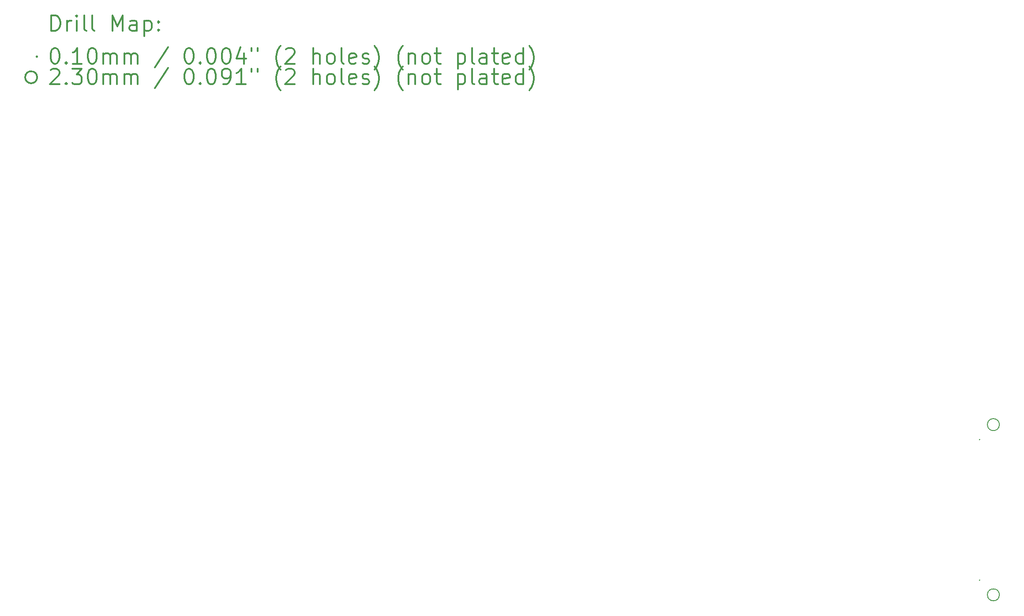
<source format=gbr>
%FSLAX45Y45*%
G04 Gerber Fmt 4.5, Leading zero omitted, Abs format (unit mm)*
G04 Created by KiCad (PCBNEW 4.0.6) date 12/20/17 19:23:42*
%MOMM*%
%LPD*%
G01*
G04 APERTURE LIST*
%ADD10C,0.127000*%
%ADD11C,0.200000*%
%ADD12C,0.300000*%
G04 APERTURE END LIST*
D10*
D11*
X18085500Y-8311400D02*
X18095500Y-8321400D01*
X18095500Y-8311400D02*
X18085500Y-8321400D01*
X18085500Y-11011400D02*
X18095500Y-11021400D01*
X18095500Y-11011400D02*
X18085500Y-11021400D01*
X18465500Y-8031400D02*
G75*
G03X18465500Y-8031400I-115000J0D01*
G01*
X18465500Y-11301400D02*
G75*
G03X18465500Y-11301400I-115000J0D01*
G01*
D12*
X271429Y-465714D02*
X271429Y-165714D01*
X342857Y-165714D01*
X385714Y-180000D01*
X414286Y-208571D01*
X428571Y-237143D01*
X442857Y-294286D01*
X442857Y-337143D01*
X428571Y-394286D01*
X414286Y-422857D01*
X385714Y-451429D01*
X342857Y-465714D01*
X271429Y-465714D01*
X571429Y-465714D02*
X571429Y-265714D01*
X571429Y-322857D02*
X585714Y-294286D01*
X600000Y-280000D01*
X628571Y-265714D01*
X657143Y-265714D01*
X757143Y-465714D02*
X757143Y-265714D01*
X757143Y-165714D02*
X742857Y-180000D01*
X757143Y-194286D01*
X771429Y-180000D01*
X757143Y-165714D01*
X757143Y-194286D01*
X942857Y-465714D02*
X914286Y-451429D01*
X900000Y-422857D01*
X900000Y-165714D01*
X1100000Y-465714D02*
X1071429Y-451429D01*
X1057143Y-422857D01*
X1057143Y-165714D01*
X1442857Y-465714D02*
X1442857Y-165714D01*
X1542857Y-380000D01*
X1642857Y-165714D01*
X1642857Y-465714D01*
X1914286Y-465714D02*
X1914286Y-308571D01*
X1900000Y-280000D01*
X1871429Y-265714D01*
X1814286Y-265714D01*
X1785714Y-280000D01*
X1914286Y-451429D02*
X1885714Y-465714D01*
X1814286Y-465714D01*
X1785714Y-451429D01*
X1771429Y-422857D01*
X1771429Y-394286D01*
X1785714Y-365714D01*
X1814286Y-351429D01*
X1885714Y-351429D01*
X1914286Y-337143D01*
X2057143Y-265714D02*
X2057143Y-565714D01*
X2057143Y-280000D02*
X2085714Y-265714D01*
X2142857Y-265714D01*
X2171429Y-280000D01*
X2185714Y-294286D01*
X2200000Y-322857D01*
X2200000Y-408571D01*
X2185714Y-437143D01*
X2171429Y-451429D01*
X2142857Y-465714D01*
X2085714Y-465714D01*
X2057143Y-451429D01*
X2328572Y-437143D02*
X2342857Y-451429D01*
X2328572Y-465714D01*
X2314286Y-451429D01*
X2328572Y-437143D01*
X2328572Y-465714D01*
X2328572Y-280000D02*
X2342857Y-294286D01*
X2328572Y-308571D01*
X2314286Y-294286D01*
X2328572Y-280000D01*
X2328572Y-308571D01*
X-10000Y-955000D02*
X0Y-965000D01*
X0Y-955000D02*
X-10000Y-965000D01*
X328571Y-795714D02*
X357143Y-795714D01*
X385714Y-810000D01*
X400000Y-824286D01*
X414286Y-852857D01*
X428571Y-910000D01*
X428571Y-981429D01*
X414286Y-1038571D01*
X400000Y-1067143D01*
X385714Y-1081429D01*
X357143Y-1095714D01*
X328571Y-1095714D01*
X300000Y-1081429D01*
X285714Y-1067143D01*
X271429Y-1038571D01*
X257143Y-981429D01*
X257143Y-910000D01*
X271429Y-852857D01*
X285714Y-824286D01*
X300000Y-810000D01*
X328571Y-795714D01*
X557143Y-1067143D02*
X571429Y-1081429D01*
X557143Y-1095714D01*
X542857Y-1081429D01*
X557143Y-1067143D01*
X557143Y-1095714D01*
X857143Y-1095714D02*
X685714Y-1095714D01*
X771428Y-1095714D02*
X771428Y-795714D01*
X742857Y-838571D01*
X714286Y-867143D01*
X685714Y-881429D01*
X1042857Y-795714D02*
X1071429Y-795714D01*
X1100000Y-810000D01*
X1114286Y-824286D01*
X1128571Y-852857D01*
X1142857Y-910000D01*
X1142857Y-981429D01*
X1128571Y-1038571D01*
X1114286Y-1067143D01*
X1100000Y-1081429D01*
X1071429Y-1095714D01*
X1042857Y-1095714D01*
X1014286Y-1081429D01*
X1000000Y-1067143D01*
X985714Y-1038571D01*
X971429Y-981429D01*
X971429Y-910000D01*
X985714Y-852857D01*
X1000000Y-824286D01*
X1014286Y-810000D01*
X1042857Y-795714D01*
X1271429Y-1095714D02*
X1271429Y-895714D01*
X1271429Y-924286D02*
X1285714Y-910000D01*
X1314286Y-895714D01*
X1357143Y-895714D01*
X1385714Y-910000D01*
X1400000Y-938571D01*
X1400000Y-1095714D01*
X1400000Y-938571D02*
X1414286Y-910000D01*
X1442857Y-895714D01*
X1485714Y-895714D01*
X1514286Y-910000D01*
X1528571Y-938571D01*
X1528571Y-1095714D01*
X1671429Y-1095714D02*
X1671429Y-895714D01*
X1671429Y-924286D02*
X1685714Y-910000D01*
X1714286Y-895714D01*
X1757143Y-895714D01*
X1785714Y-910000D01*
X1800000Y-938571D01*
X1800000Y-1095714D01*
X1800000Y-938571D02*
X1814286Y-910000D01*
X1842857Y-895714D01*
X1885714Y-895714D01*
X1914286Y-910000D01*
X1928571Y-938571D01*
X1928571Y-1095714D01*
X2514286Y-781429D02*
X2257143Y-1167143D01*
X2900000Y-795714D02*
X2928571Y-795714D01*
X2957143Y-810000D01*
X2971428Y-824286D01*
X2985714Y-852857D01*
X3000000Y-910000D01*
X3000000Y-981429D01*
X2985714Y-1038571D01*
X2971428Y-1067143D01*
X2957143Y-1081429D01*
X2928571Y-1095714D01*
X2900000Y-1095714D01*
X2871428Y-1081429D01*
X2857143Y-1067143D01*
X2842857Y-1038571D01*
X2828571Y-981429D01*
X2828571Y-910000D01*
X2842857Y-852857D01*
X2857143Y-824286D01*
X2871428Y-810000D01*
X2900000Y-795714D01*
X3128571Y-1067143D02*
X3142857Y-1081429D01*
X3128571Y-1095714D01*
X3114286Y-1081429D01*
X3128571Y-1067143D01*
X3128571Y-1095714D01*
X3328571Y-795714D02*
X3357143Y-795714D01*
X3385714Y-810000D01*
X3400000Y-824286D01*
X3414286Y-852857D01*
X3428571Y-910000D01*
X3428571Y-981429D01*
X3414286Y-1038571D01*
X3400000Y-1067143D01*
X3385714Y-1081429D01*
X3357143Y-1095714D01*
X3328571Y-1095714D01*
X3300000Y-1081429D01*
X3285714Y-1067143D01*
X3271428Y-1038571D01*
X3257143Y-981429D01*
X3257143Y-910000D01*
X3271428Y-852857D01*
X3285714Y-824286D01*
X3300000Y-810000D01*
X3328571Y-795714D01*
X3614286Y-795714D02*
X3642857Y-795714D01*
X3671428Y-810000D01*
X3685714Y-824286D01*
X3700000Y-852857D01*
X3714286Y-910000D01*
X3714286Y-981429D01*
X3700000Y-1038571D01*
X3685714Y-1067143D01*
X3671428Y-1081429D01*
X3642857Y-1095714D01*
X3614286Y-1095714D01*
X3585714Y-1081429D01*
X3571428Y-1067143D01*
X3557143Y-1038571D01*
X3542857Y-981429D01*
X3542857Y-910000D01*
X3557143Y-852857D01*
X3571428Y-824286D01*
X3585714Y-810000D01*
X3614286Y-795714D01*
X3971428Y-895714D02*
X3971428Y-1095714D01*
X3900000Y-781429D02*
X3828571Y-995714D01*
X4014286Y-995714D01*
X4114286Y-795714D02*
X4114286Y-852857D01*
X4228571Y-795714D02*
X4228571Y-852857D01*
X4671429Y-1210000D02*
X4657143Y-1195714D01*
X4628571Y-1152857D01*
X4614286Y-1124286D01*
X4600000Y-1081429D01*
X4585714Y-1010000D01*
X4585714Y-952857D01*
X4600000Y-881429D01*
X4614286Y-838571D01*
X4628571Y-810000D01*
X4657143Y-767143D01*
X4671429Y-752857D01*
X4771429Y-824286D02*
X4785714Y-810000D01*
X4814286Y-795714D01*
X4885714Y-795714D01*
X4914286Y-810000D01*
X4928571Y-824286D01*
X4942857Y-852857D01*
X4942857Y-881429D01*
X4928571Y-924286D01*
X4757143Y-1095714D01*
X4942857Y-1095714D01*
X5300000Y-1095714D02*
X5300000Y-795714D01*
X5428571Y-1095714D02*
X5428571Y-938571D01*
X5414286Y-910000D01*
X5385714Y-895714D01*
X5342857Y-895714D01*
X5314286Y-910000D01*
X5300000Y-924286D01*
X5614286Y-1095714D02*
X5585714Y-1081429D01*
X5571429Y-1067143D01*
X5557143Y-1038571D01*
X5557143Y-952857D01*
X5571429Y-924286D01*
X5585714Y-910000D01*
X5614286Y-895714D01*
X5657143Y-895714D01*
X5685714Y-910000D01*
X5700000Y-924286D01*
X5714286Y-952857D01*
X5714286Y-1038571D01*
X5700000Y-1067143D01*
X5685714Y-1081429D01*
X5657143Y-1095714D01*
X5614286Y-1095714D01*
X5885714Y-1095714D02*
X5857143Y-1081429D01*
X5842857Y-1052857D01*
X5842857Y-795714D01*
X6114286Y-1081429D02*
X6085714Y-1095714D01*
X6028571Y-1095714D01*
X6000000Y-1081429D01*
X5985714Y-1052857D01*
X5985714Y-938571D01*
X6000000Y-910000D01*
X6028571Y-895714D01*
X6085714Y-895714D01*
X6114286Y-910000D01*
X6128571Y-938571D01*
X6128571Y-967143D01*
X5985714Y-995714D01*
X6242857Y-1081429D02*
X6271429Y-1095714D01*
X6328571Y-1095714D01*
X6357143Y-1081429D01*
X6371429Y-1052857D01*
X6371429Y-1038571D01*
X6357143Y-1010000D01*
X6328571Y-995714D01*
X6285714Y-995714D01*
X6257143Y-981429D01*
X6242857Y-952857D01*
X6242857Y-938571D01*
X6257143Y-910000D01*
X6285714Y-895714D01*
X6328571Y-895714D01*
X6357143Y-910000D01*
X6471428Y-1210000D02*
X6485714Y-1195714D01*
X6514286Y-1152857D01*
X6528571Y-1124286D01*
X6542857Y-1081429D01*
X6557143Y-1010000D01*
X6557143Y-952857D01*
X6542857Y-881429D01*
X6528571Y-838571D01*
X6514286Y-810000D01*
X6485714Y-767143D01*
X6471428Y-752857D01*
X7014286Y-1210000D02*
X7000000Y-1195714D01*
X6971428Y-1152857D01*
X6957143Y-1124286D01*
X6942857Y-1081429D01*
X6928571Y-1010000D01*
X6928571Y-952857D01*
X6942857Y-881429D01*
X6957143Y-838571D01*
X6971428Y-810000D01*
X7000000Y-767143D01*
X7014286Y-752857D01*
X7128571Y-895714D02*
X7128571Y-1095714D01*
X7128571Y-924286D02*
X7142857Y-910000D01*
X7171428Y-895714D01*
X7214286Y-895714D01*
X7242857Y-910000D01*
X7257143Y-938571D01*
X7257143Y-1095714D01*
X7442857Y-1095714D02*
X7414286Y-1081429D01*
X7400000Y-1067143D01*
X7385714Y-1038571D01*
X7385714Y-952857D01*
X7400000Y-924286D01*
X7414286Y-910000D01*
X7442857Y-895714D01*
X7485714Y-895714D01*
X7514286Y-910000D01*
X7528571Y-924286D01*
X7542857Y-952857D01*
X7542857Y-1038571D01*
X7528571Y-1067143D01*
X7514286Y-1081429D01*
X7485714Y-1095714D01*
X7442857Y-1095714D01*
X7628571Y-895714D02*
X7742857Y-895714D01*
X7671429Y-795714D02*
X7671429Y-1052857D01*
X7685714Y-1081429D01*
X7714286Y-1095714D01*
X7742857Y-1095714D01*
X8071429Y-895714D02*
X8071429Y-1195714D01*
X8071429Y-910000D02*
X8100000Y-895714D01*
X8157143Y-895714D01*
X8185714Y-910000D01*
X8200000Y-924286D01*
X8214286Y-952857D01*
X8214286Y-1038571D01*
X8200000Y-1067143D01*
X8185714Y-1081429D01*
X8157143Y-1095714D01*
X8100000Y-1095714D01*
X8071429Y-1081429D01*
X8385714Y-1095714D02*
X8357143Y-1081429D01*
X8342857Y-1052857D01*
X8342857Y-795714D01*
X8628572Y-1095714D02*
X8628572Y-938571D01*
X8614286Y-910000D01*
X8585714Y-895714D01*
X8528572Y-895714D01*
X8500000Y-910000D01*
X8628572Y-1081429D02*
X8600000Y-1095714D01*
X8528572Y-1095714D01*
X8500000Y-1081429D01*
X8485714Y-1052857D01*
X8485714Y-1024286D01*
X8500000Y-995714D01*
X8528572Y-981429D01*
X8600000Y-981429D01*
X8628572Y-967143D01*
X8728572Y-895714D02*
X8842857Y-895714D01*
X8771429Y-795714D02*
X8771429Y-1052857D01*
X8785714Y-1081429D01*
X8814286Y-1095714D01*
X8842857Y-1095714D01*
X9057143Y-1081429D02*
X9028572Y-1095714D01*
X8971429Y-1095714D01*
X8942857Y-1081429D01*
X8928572Y-1052857D01*
X8928572Y-938571D01*
X8942857Y-910000D01*
X8971429Y-895714D01*
X9028572Y-895714D01*
X9057143Y-910000D01*
X9071429Y-938571D01*
X9071429Y-967143D01*
X8928572Y-995714D01*
X9328572Y-1095714D02*
X9328572Y-795714D01*
X9328572Y-1081429D02*
X9300000Y-1095714D01*
X9242857Y-1095714D01*
X9214286Y-1081429D01*
X9200000Y-1067143D01*
X9185715Y-1038571D01*
X9185715Y-952857D01*
X9200000Y-924286D01*
X9214286Y-910000D01*
X9242857Y-895714D01*
X9300000Y-895714D01*
X9328572Y-910000D01*
X9442857Y-1210000D02*
X9457143Y-1195714D01*
X9485715Y-1152857D01*
X9500000Y-1124286D01*
X9514286Y-1081429D01*
X9528572Y-1010000D01*
X9528572Y-952857D01*
X9514286Y-881429D01*
X9500000Y-838571D01*
X9485715Y-810000D01*
X9457143Y-767143D01*
X9442857Y-752857D01*
X0Y-1356000D02*
G75*
G03X0Y-1356000I-115000J0D01*
G01*
X257143Y-1220286D02*
X271429Y-1206000D01*
X300000Y-1191714D01*
X371429Y-1191714D01*
X400000Y-1206000D01*
X414286Y-1220286D01*
X428571Y-1248857D01*
X428571Y-1277429D01*
X414286Y-1320286D01*
X242857Y-1491714D01*
X428571Y-1491714D01*
X557143Y-1463143D02*
X571429Y-1477429D01*
X557143Y-1491714D01*
X542857Y-1477429D01*
X557143Y-1463143D01*
X557143Y-1491714D01*
X671429Y-1191714D02*
X857143Y-1191714D01*
X757143Y-1306000D01*
X800000Y-1306000D01*
X828571Y-1320286D01*
X842857Y-1334571D01*
X857143Y-1363143D01*
X857143Y-1434571D01*
X842857Y-1463143D01*
X828571Y-1477429D01*
X800000Y-1491714D01*
X714286Y-1491714D01*
X685714Y-1477429D01*
X671429Y-1463143D01*
X1042857Y-1191714D02*
X1071429Y-1191714D01*
X1100000Y-1206000D01*
X1114286Y-1220286D01*
X1128571Y-1248857D01*
X1142857Y-1306000D01*
X1142857Y-1377429D01*
X1128571Y-1434571D01*
X1114286Y-1463143D01*
X1100000Y-1477429D01*
X1071429Y-1491714D01*
X1042857Y-1491714D01*
X1014286Y-1477429D01*
X1000000Y-1463143D01*
X985714Y-1434571D01*
X971429Y-1377429D01*
X971429Y-1306000D01*
X985714Y-1248857D01*
X1000000Y-1220286D01*
X1014286Y-1206000D01*
X1042857Y-1191714D01*
X1271429Y-1491714D02*
X1271429Y-1291714D01*
X1271429Y-1320286D02*
X1285714Y-1306000D01*
X1314286Y-1291714D01*
X1357143Y-1291714D01*
X1385714Y-1306000D01*
X1400000Y-1334571D01*
X1400000Y-1491714D01*
X1400000Y-1334571D02*
X1414286Y-1306000D01*
X1442857Y-1291714D01*
X1485714Y-1291714D01*
X1514286Y-1306000D01*
X1528571Y-1334571D01*
X1528571Y-1491714D01*
X1671429Y-1491714D02*
X1671429Y-1291714D01*
X1671429Y-1320286D02*
X1685714Y-1306000D01*
X1714286Y-1291714D01*
X1757143Y-1291714D01*
X1785714Y-1306000D01*
X1800000Y-1334571D01*
X1800000Y-1491714D01*
X1800000Y-1334571D02*
X1814286Y-1306000D01*
X1842857Y-1291714D01*
X1885714Y-1291714D01*
X1914286Y-1306000D01*
X1928571Y-1334571D01*
X1928571Y-1491714D01*
X2514286Y-1177429D02*
X2257143Y-1563143D01*
X2900000Y-1191714D02*
X2928571Y-1191714D01*
X2957143Y-1206000D01*
X2971428Y-1220286D01*
X2985714Y-1248857D01*
X3000000Y-1306000D01*
X3000000Y-1377429D01*
X2985714Y-1434571D01*
X2971428Y-1463143D01*
X2957143Y-1477429D01*
X2928571Y-1491714D01*
X2900000Y-1491714D01*
X2871428Y-1477429D01*
X2857143Y-1463143D01*
X2842857Y-1434571D01*
X2828571Y-1377429D01*
X2828571Y-1306000D01*
X2842857Y-1248857D01*
X2857143Y-1220286D01*
X2871428Y-1206000D01*
X2900000Y-1191714D01*
X3128571Y-1463143D02*
X3142857Y-1477429D01*
X3128571Y-1491714D01*
X3114286Y-1477429D01*
X3128571Y-1463143D01*
X3128571Y-1491714D01*
X3328571Y-1191714D02*
X3357143Y-1191714D01*
X3385714Y-1206000D01*
X3400000Y-1220286D01*
X3414286Y-1248857D01*
X3428571Y-1306000D01*
X3428571Y-1377429D01*
X3414286Y-1434571D01*
X3400000Y-1463143D01*
X3385714Y-1477429D01*
X3357143Y-1491714D01*
X3328571Y-1491714D01*
X3300000Y-1477429D01*
X3285714Y-1463143D01*
X3271428Y-1434571D01*
X3257143Y-1377429D01*
X3257143Y-1306000D01*
X3271428Y-1248857D01*
X3285714Y-1220286D01*
X3300000Y-1206000D01*
X3328571Y-1191714D01*
X3571428Y-1491714D02*
X3628571Y-1491714D01*
X3657143Y-1477429D01*
X3671428Y-1463143D01*
X3700000Y-1420286D01*
X3714286Y-1363143D01*
X3714286Y-1248857D01*
X3700000Y-1220286D01*
X3685714Y-1206000D01*
X3657143Y-1191714D01*
X3600000Y-1191714D01*
X3571428Y-1206000D01*
X3557143Y-1220286D01*
X3542857Y-1248857D01*
X3542857Y-1320286D01*
X3557143Y-1348857D01*
X3571428Y-1363143D01*
X3600000Y-1377429D01*
X3657143Y-1377429D01*
X3685714Y-1363143D01*
X3700000Y-1348857D01*
X3714286Y-1320286D01*
X4000000Y-1491714D02*
X3828571Y-1491714D01*
X3914286Y-1491714D02*
X3914286Y-1191714D01*
X3885714Y-1234571D01*
X3857143Y-1263143D01*
X3828571Y-1277429D01*
X4114286Y-1191714D02*
X4114286Y-1248857D01*
X4228571Y-1191714D02*
X4228571Y-1248857D01*
X4671429Y-1606000D02*
X4657143Y-1591714D01*
X4628571Y-1548857D01*
X4614286Y-1520286D01*
X4600000Y-1477429D01*
X4585714Y-1406000D01*
X4585714Y-1348857D01*
X4600000Y-1277429D01*
X4614286Y-1234571D01*
X4628571Y-1206000D01*
X4657143Y-1163143D01*
X4671429Y-1148857D01*
X4771429Y-1220286D02*
X4785714Y-1206000D01*
X4814286Y-1191714D01*
X4885714Y-1191714D01*
X4914286Y-1206000D01*
X4928571Y-1220286D01*
X4942857Y-1248857D01*
X4942857Y-1277429D01*
X4928571Y-1320286D01*
X4757143Y-1491714D01*
X4942857Y-1491714D01*
X5300000Y-1491714D02*
X5300000Y-1191714D01*
X5428571Y-1491714D02*
X5428571Y-1334571D01*
X5414286Y-1306000D01*
X5385714Y-1291714D01*
X5342857Y-1291714D01*
X5314286Y-1306000D01*
X5300000Y-1320286D01*
X5614286Y-1491714D02*
X5585714Y-1477429D01*
X5571429Y-1463143D01*
X5557143Y-1434571D01*
X5557143Y-1348857D01*
X5571429Y-1320286D01*
X5585714Y-1306000D01*
X5614286Y-1291714D01*
X5657143Y-1291714D01*
X5685714Y-1306000D01*
X5700000Y-1320286D01*
X5714286Y-1348857D01*
X5714286Y-1434571D01*
X5700000Y-1463143D01*
X5685714Y-1477429D01*
X5657143Y-1491714D01*
X5614286Y-1491714D01*
X5885714Y-1491714D02*
X5857143Y-1477429D01*
X5842857Y-1448857D01*
X5842857Y-1191714D01*
X6114286Y-1477429D02*
X6085714Y-1491714D01*
X6028571Y-1491714D01*
X6000000Y-1477429D01*
X5985714Y-1448857D01*
X5985714Y-1334571D01*
X6000000Y-1306000D01*
X6028571Y-1291714D01*
X6085714Y-1291714D01*
X6114286Y-1306000D01*
X6128571Y-1334571D01*
X6128571Y-1363143D01*
X5985714Y-1391714D01*
X6242857Y-1477429D02*
X6271429Y-1491714D01*
X6328571Y-1491714D01*
X6357143Y-1477429D01*
X6371429Y-1448857D01*
X6371429Y-1434571D01*
X6357143Y-1406000D01*
X6328571Y-1391714D01*
X6285714Y-1391714D01*
X6257143Y-1377429D01*
X6242857Y-1348857D01*
X6242857Y-1334571D01*
X6257143Y-1306000D01*
X6285714Y-1291714D01*
X6328571Y-1291714D01*
X6357143Y-1306000D01*
X6471428Y-1606000D02*
X6485714Y-1591714D01*
X6514286Y-1548857D01*
X6528571Y-1520286D01*
X6542857Y-1477429D01*
X6557143Y-1406000D01*
X6557143Y-1348857D01*
X6542857Y-1277429D01*
X6528571Y-1234571D01*
X6514286Y-1206000D01*
X6485714Y-1163143D01*
X6471428Y-1148857D01*
X7014286Y-1606000D02*
X7000000Y-1591714D01*
X6971428Y-1548857D01*
X6957143Y-1520286D01*
X6942857Y-1477429D01*
X6928571Y-1406000D01*
X6928571Y-1348857D01*
X6942857Y-1277429D01*
X6957143Y-1234571D01*
X6971428Y-1206000D01*
X7000000Y-1163143D01*
X7014286Y-1148857D01*
X7128571Y-1291714D02*
X7128571Y-1491714D01*
X7128571Y-1320286D02*
X7142857Y-1306000D01*
X7171428Y-1291714D01*
X7214286Y-1291714D01*
X7242857Y-1306000D01*
X7257143Y-1334571D01*
X7257143Y-1491714D01*
X7442857Y-1491714D02*
X7414286Y-1477429D01*
X7400000Y-1463143D01*
X7385714Y-1434571D01*
X7385714Y-1348857D01*
X7400000Y-1320286D01*
X7414286Y-1306000D01*
X7442857Y-1291714D01*
X7485714Y-1291714D01*
X7514286Y-1306000D01*
X7528571Y-1320286D01*
X7542857Y-1348857D01*
X7542857Y-1434571D01*
X7528571Y-1463143D01*
X7514286Y-1477429D01*
X7485714Y-1491714D01*
X7442857Y-1491714D01*
X7628571Y-1291714D02*
X7742857Y-1291714D01*
X7671429Y-1191714D02*
X7671429Y-1448857D01*
X7685714Y-1477429D01*
X7714286Y-1491714D01*
X7742857Y-1491714D01*
X8071429Y-1291714D02*
X8071429Y-1591714D01*
X8071429Y-1306000D02*
X8100000Y-1291714D01*
X8157143Y-1291714D01*
X8185714Y-1306000D01*
X8200000Y-1320286D01*
X8214286Y-1348857D01*
X8214286Y-1434571D01*
X8200000Y-1463143D01*
X8185714Y-1477429D01*
X8157143Y-1491714D01*
X8100000Y-1491714D01*
X8071429Y-1477429D01*
X8385714Y-1491714D02*
X8357143Y-1477429D01*
X8342857Y-1448857D01*
X8342857Y-1191714D01*
X8628572Y-1491714D02*
X8628572Y-1334571D01*
X8614286Y-1306000D01*
X8585714Y-1291714D01*
X8528572Y-1291714D01*
X8500000Y-1306000D01*
X8628572Y-1477429D02*
X8600000Y-1491714D01*
X8528572Y-1491714D01*
X8500000Y-1477429D01*
X8485714Y-1448857D01*
X8485714Y-1420286D01*
X8500000Y-1391714D01*
X8528572Y-1377429D01*
X8600000Y-1377429D01*
X8628572Y-1363143D01*
X8728572Y-1291714D02*
X8842857Y-1291714D01*
X8771429Y-1191714D02*
X8771429Y-1448857D01*
X8785714Y-1477429D01*
X8814286Y-1491714D01*
X8842857Y-1491714D01*
X9057143Y-1477429D02*
X9028572Y-1491714D01*
X8971429Y-1491714D01*
X8942857Y-1477429D01*
X8928572Y-1448857D01*
X8928572Y-1334571D01*
X8942857Y-1306000D01*
X8971429Y-1291714D01*
X9028572Y-1291714D01*
X9057143Y-1306000D01*
X9071429Y-1334571D01*
X9071429Y-1363143D01*
X8928572Y-1391714D01*
X9328572Y-1491714D02*
X9328572Y-1191714D01*
X9328572Y-1477429D02*
X9300000Y-1491714D01*
X9242857Y-1491714D01*
X9214286Y-1477429D01*
X9200000Y-1463143D01*
X9185715Y-1434571D01*
X9185715Y-1348857D01*
X9200000Y-1320286D01*
X9214286Y-1306000D01*
X9242857Y-1291714D01*
X9300000Y-1291714D01*
X9328572Y-1306000D01*
X9442857Y-1606000D02*
X9457143Y-1591714D01*
X9485715Y-1548857D01*
X9500000Y-1520286D01*
X9514286Y-1477429D01*
X9528572Y-1406000D01*
X9528572Y-1348857D01*
X9514286Y-1277429D01*
X9500000Y-1234571D01*
X9485715Y-1206000D01*
X9457143Y-1163143D01*
X9442857Y-1148857D01*
M02*

</source>
